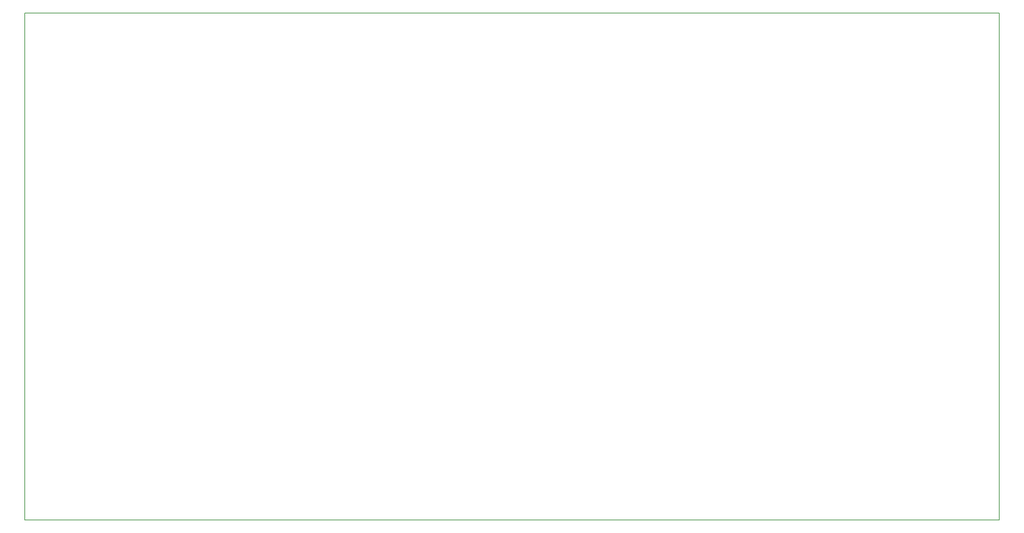
<source format=gbr>
G04 #@! TF.GenerationSoftware,KiCad,Pcbnew,no-vcs-found-996cba7~58~ubuntu16.04.1*
G04 #@! TF.CreationDate,2017-03-20T11:54:55+02:00*
G04 #@! TF.ProjectId,controller,636F6E74726F6C6C65722E6B69636164,rev?*
G04 #@! TF.FileFunction,Profile,NP*
%FSLAX46Y46*%
G04 Gerber Fmt 4.6, Leading zero omitted, Abs format (unit mm)*
G04 Created by KiCad (PCBNEW no-vcs-found-996cba7~58~ubuntu16.04.1) date Mon Mar 20 11:54:55 2017*
%MOMM*%
%LPD*%
G01*
G04 APERTURE LIST*
%ADD10C,0.100000*%
%ADD11C,0.150000*%
G04 APERTURE END LIST*
D10*
D11*
X38900000Y-163600000D02*
X38900000Y-38600000D01*
X278900000Y-163600000D02*
X38900000Y-163600000D01*
X278900000Y-38600000D02*
X278900000Y-163600000D01*
X38900000Y-38600000D02*
X278900000Y-38600000D01*
M02*

</source>
